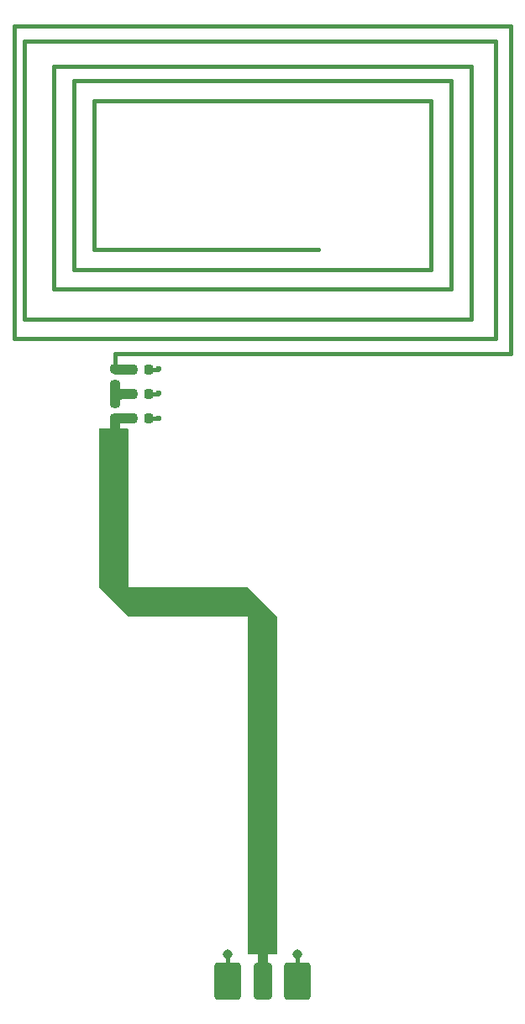
<source format=gbr>
%TF.GenerationSoftware,KiCad,Pcbnew,8.0.5*%
%TF.CreationDate,2025-03-27T12:09:55+00:00*%
%TF.ProjectId,pcb_antenna,7063625f-616e-4746-956e-6e612e6b6963,rev?*%
%TF.SameCoordinates,Original*%
%TF.FileFunction,Copper,L1,Top*%
%TF.FilePolarity,Positive*%
%FSLAX46Y46*%
G04 Gerber Fmt 4.6, Leading zero omitted, Abs format (unit mm)*
G04 Created by KiCad (PCBNEW 8.0.5) date 2025-03-27 12:09:55*
%MOMM*%
%LPD*%
G01*
G04 APERTURE LIST*
G04 Aperture macros list*
%AMRoundRect*
0 Rectangle with rounded corners*
0 $1 Rounding radius*
0 $2 $3 $4 $5 $6 $7 $8 $9 X,Y pos of 4 corners*
0 Add a 4 corners polygon primitive as box body*
4,1,4,$2,$3,$4,$5,$6,$7,$8,$9,$2,$3,0*
0 Add four circle primitives for the rounded corners*
1,1,$1+$1,$2,$3*
1,1,$1+$1,$4,$5*
1,1,$1+$1,$6,$7*
1,1,$1+$1,$8,$9*
0 Add four rect primitives between the rounded corners*
20,1,$1+$1,$2,$3,$4,$5,0*
20,1,$1+$1,$4,$5,$6,$7,0*
20,1,$1+$1,$6,$7,$8,$9,0*
20,1,$1+$1,$8,$9,$2,$3,0*%
G04 Aperture macros list end*
%TA.AperFunction,EtchedComponent*%
%ADD10C,0.460000*%
%TD*%
%TA.AperFunction,SMDPad,CuDef*%
%ADD11RoundRect,0.218750X0.256250X-0.218750X0.256250X0.218750X-0.256250X0.218750X-0.256250X-0.218750X0*%
%TD*%
%TA.AperFunction,SMDPad,CuDef*%
%ADD12RoundRect,0.218750X-0.218750X-0.256250X0.218750X-0.256250X0.218750X0.256250X-0.218750X0.256250X0*%
%TD*%
%TA.AperFunction,SMDPad,CuDef*%
%ADD13RoundRect,0.250000X-0.640000X1.595000X-0.640000X-1.595000X0.640000X-1.595000X0.640000X1.595000X0*%
%TD*%
%TA.AperFunction,ComponentPad*%
%ADD14C,0.970000*%
%TD*%
%TA.AperFunction,SMDPad,CuDef*%
%ADD15RoundRect,0.250000X-1.082500X1.595000X-1.082500X-1.595000X1.082500X-1.595000X1.082500X1.595000X0*%
%TD*%
%TA.AperFunction,SMDPad,CuDef*%
%ADD16RoundRect,0.225000X-0.225000X-0.250000X0.225000X-0.250000X0.225000X0.250000X-0.225000X0.250000X0*%
%TD*%
%TA.AperFunction,ViaPad*%
%ADD17C,0.600000*%
%TD*%
%TA.AperFunction,Conductor*%
%ADD18C,1.000000*%
%TD*%
%TA.AperFunction,Conductor*%
%ADD19C,0.400000*%
%TD*%
G04 APERTURE END LIST*
D10*
%TO.C,J1*%
X103492500Y-161750000D02*
X103492500Y-159015000D01*
X96507500Y-161750000D02*
X96507500Y-159015000D01*
%TD*%
D11*
%TO.P,L3,1,1*%
%TO.N,OUT*%
X85169635Y-105047454D03*
%TO.P,L3,2,2*%
%TO.N,Net-(C1-Pad1)*%
X85169635Y-103472454D03*
%TD*%
%TO.P,L2,1,1*%
%TO.N,Net-(C1-Pad1)*%
X85169635Y-101622454D03*
%TO.P,L2,2,2*%
%TO.N,Net-(AE1-A)*%
X85169635Y-100047454D03*
%TD*%
D12*
%TO.P,L1,1,1*%
%TO.N,Net-(AE1-A)*%
X86942249Y-100085024D03*
%TO.P,L1,2,2*%
%TO.N,GND*%
X88517249Y-100085024D03*
%TD*%
D13*
%TO.P,J1,1,In*%
%TO.N,OUT*%
X100000000Y-161750000D03*
D14*
%TO.P,J1,2,Ext*%
%TO.N,GND*%
X103492500Y-159015000D03*
X96507500Y-159015000D03*
D15*
X103492500Y-161750000D03*
X96507500Y-161750000D03*
%TD*%
D16*
%TO.P,C2,1*%
%TO.N,OUT*%
X86950000Y-105000000D03*
%TO.P,C2,2*%
%TO.N,GND*%
X88500000Y-105000000D03*
%TD*%
%TO.P,C1,1*%
%TO.N,Net-(C1-Pad1)*%
X86946125Y-102555941D03*
%TO.P,C1,2*%
%TO.N,GND*%
X88496125Y-102555941D03*
%TD*%
D17*
%TO.N,GND*%
X89500000Y-105000000D03*
X89500000Y-102500000D03*
X89500000Y-100000000D03*
%TD*%
D18*
%TO.N,OUT*%
X100000000Y-161750000D02*
X100000000Y-157500000D01*
X85169635Y-106330365D02*
X85000000Y-106500000D01*
X85169635Y-105047454D02*
X85169635Y-106330365D01*
D19*
%TO.N,Net-(AE1-A)*%
X85169635Y-100047454D02*
X85169635Y-98569635D01*
X85169635Y-98569635D02*
X85100000Y-98500000D01*
X121000000Y-95000000D02*
X121000000Y-69500000D01*
X119000000Y-92000000D02*
X119000000Y-71000000D01*
X121000000Y-69500000D02*
X79000000Y-69500000D01*
X79000000Y-69500000D02*
X79000000Y-92000000D01*
X76000000Y-95000000D02*
X121000000Y-95000000D01*
X79000000Y-92000000D02*
X119000000Y-92000000D01*
X81000000Y-71000000D02*
X81000000Y-90000000D01*
X117000000Y-73000000D02*
X83000000Y-73000000D01*
X119000000Y-71000000D02*
X81000000Y-71000000D01*
X81000000Y-90000000D02*
X117000000Y-90000000D01*
X117000000Y-90000000D02*
X117000000Y-73000000D01*
X75000000Y-97000000D02*
X123500000Y-97000000D01*
X125000000Y-98500000D02*
X125000000Y-65500000D01*
X125000000Y-65500000D02*
X75000000Y-65500000D01*
X85100000Y-98500000D02*
X124900000Y-98500000D01*
X75000000Y-65500000D02*
X75000000Y-97000000D01*
X83000000Y-88000000D02*
X105600000Y-88000000D01*
X123500000Y-97000000D02*
X123500000Y-67000000D01*
X123500000Y-67000000D02*
X76000000Y-67000000D01*
X76000000Y-67150000D02*
X76000000Y-94850000D01*
X83000000Y-73000000D02*
X83000000Y-88000000D01*
%TO.N,GND*%
X88500000Y-105000000D02*
X89500000Y-105000000D01*
X89444059Y-102555941D02*
X89500000Y-102500000D01*
X88496125Y-102555941D02*
X89444059Y-102555941D01*
X89414976Y-100085024D02*
X89500000Y-100000000D01*
X88517249Y-100085024D02*
X89414976Y-100085024D01*
D18*
%TO.N,OUT*%
X86950000Y-105000000D02*
X85217089Y-105000000D01*
X85217089Y-105000000D02*
X85169635Y-105047454D01*
%TO.N,Net-(C1-Pad1)*%
X85169635Y-101622454D02*
X85169635Y-103000000D01*
X85613694Y-102555941D02*
X85169635Y-103000000D01*
X85169635Y-103000000D02*
X85169635Y-103472454D01*
X86946125Y-102555941D02*
X85613694Y-102555941D01*
%TO.N,Net-(AE1-A)*%
X86942249Y-100085024D02*
X85207205Y-100085024D01*
X85207205Y-100085024D02*
X85169635Y-100047454D01*
%TD*%
%TA.AperFunction,Conductor*%
%TO.N,OUT*%
G36*
X86443039Y-106019685D02*
G01*
X86488794Y-106072489D01*
X86500000Y-106124000D01*
X86500000Y-122000000D01*
X98448638Y-122000000D01*
X98515677Y-122019685D01*
X98536319Y-122036319D01*
X101463681Y-124963681D01*
X101497166Y-125025004D01*
X101500000Y-125051362D01*
X101500000Y-158876000D01*
X101480315Y-158943039D01*
X101427511Y-158988794D01*
X101376000Y-159000000D01*
X98624000Y-159000000D01*
X98556961Y-158980315D01*
X98511206Y-158927511D01*
X98500000Y-158876000D01*
X98500000Y-125000000D01*
X86551362Y-125000000D01*
X86484323Y-124980315D01*
X86463681Y-124963681D01*
X83536319Y-122036319D01*
X83502834Y-121974996D01*
X83500000Y-121948638D01*
X83500000Y-106124000D01*
X83519685Y-106056961D01*
X83572489Y-106011206D01*
X83624000Y-106000000D01*
X86376000Y-106000000D01*
X86443039Y-106019685D01*
G37*
%TD.AperFunction*%
%TD*%
M02*

</source>
